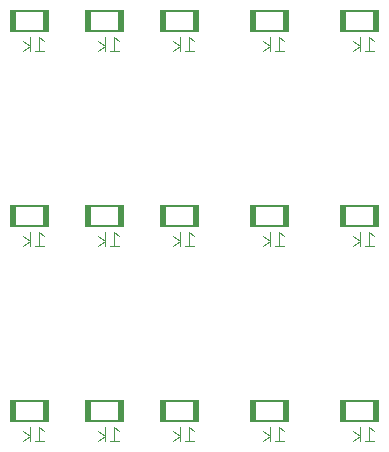
<source format=gbo>
G75*
G70*
%OFA0B0*%
%FSLAX24Y24*%
%IPPOS*%
%LPD*%
%AMOC8*
5,1,8,0,0,1.08239X$1,22.5*
%
%ADD10C,0.0060*%
%ADD11C,0.0040*%
%ADD12R,0.0230X0.0720*%
D10*
X004183Y004879D02*
X005083Y004879D01*
X005083Y005539D02*
X004183Y005539D01*
X006683Y005539D02*
X007583Y005539D01*
X007583Y004879D02*
X006683Y004879D01*
X009183Y004879D02*
X010083Y004879D01*
X010083Y005539D02*
X009183Y005539D01*
X012183Y005539D02*
X013083Y005539D01*
X013083Y004879D02*
X012183Y004879D01*
X015183Y004879D02*
X016083Y004879D01*
X016083Y005539D02*
X015183Y005539D01*
X015183Y011379D02*
X016083Y011379D01*
X016083Y012039D02*
X015183Y012039D01*
X013083Y012039D02*
X012183Y012039D01*
X012183Y011379D02*
X013083Y011379D01*
X010083Y011379D02*
X009183Y011379D01*
X009183Y012039D02*
X010083Y012039D01*
X007583Y012039D02*
X006683Y012039D01*
X006683Y011379D02*
X007583Y011379D01*
X005083Y011379D02*
X004183Y011379D01*
X004183Y012039D02*
X005083Y012039D01*
X005083Y017879D02*
X004183Y017879D01*
X004183Y018539D02*
X005083Y018539D01*
X006683Y018539D02*
X007583Y018539D01*
X007583Y017879D02*
X006683Y017879D01*
X009183Y017879D02*
X010083Y017879D01*
X010083Y018539D02*
X009183Y018539D01*
X012183Y018539D02*
X013083Y018539D01*
X013083Y017879D02*
X012183Y017879D01*
X015183Y017879D02*
X016083Y017879D01*
X016083Y018539D02*
X015183Y018539D01*
D11*
X015653Y017690D02*
X015653Y017229D01*
X015806Y017229D02*
X016113Y017229D01*
X015960Y017229D02*
X015960Y017690D01*
X016113Y017536D01*
X015653Y017383D02*
X015423Y017536D01*
X015653Y017383D02*
X015423Y017229D01*
X013113Y017229D02*
X012806Y017229D01*
X012653Y017229D02*
X012653Y017690D01*
X012423Y017536D02*
X012653Y017383D01*
X012423Y017229D01*
X012960Y017229D02*
X012960Y017690D01*
X013113Y017536D01*
X010113Y017536D02*
X009960Y017690D01*
X009960Y017229D01*
X010113Y017229D02*
X009806Y017229D01*
X009653Y017229D02*
X009653Y017690D01*
X009423Y017536D02*
X009653Y017383D01*
X009423Y017229D01*
X007613Y017229D02*
X007306Y017229D01*
X007153Y017229D02*
X007153Y017690D01*
X006923Y017536D02*
X007153Y017383D01*
X006923Y017229D01*
X007460Y017229D02*
X007460Y017690D01*
X007613Y017536D01*
X005113Y017536D02*
X004960Y017690D01*
X004960Y017229D01*
X005113Y017229D02*
X004806Y017229D01*
X004653Y017229D02*
X004653Y017690D01*
X004423Y017536D02*
X004653Y017383D01*
X004423Y017229D01*
X004653Y011190D02*
X004653Y010729D01*
X004806Y010729D02*
X005113Y010729D01*
X004960Y010729D02*
X004960Y011190D01*
X005113Y011036D01*
X004653Y010883D02*
X004423Y011036D01*
X004653Y010883D02*
X004423Y010729D01*
X006923Y010729D02*
X007153Y010883D01*
X006923Y011036D01*
X007153Y011190D02*
X007153Y010729D01*
X007306Y010729D02*
X007613Y010729D01*
X007460Y010729D02*
X007460Y011190D01*
X007613Y011036D01*
X009423Y011036D02*
X009653Y010883D01*
X009423Y010729D01*
X009653Y010729D02*
X009653Y011190D01*
X009960Y011190D02*
X009960Y010729D01*
X010113Y010729D02*
X009806Y010729D01*
X010113Y011036D02*
X009960Y011190D01*
X012423Y011036D02*
X012653Y010883D01*
X012423Y010729D01*
X012653Y010729D02*
X012653Y011190D01*
X012960Y011190D02*
X012960Y010729D01*
X013113Y010729D02*
X012806Y010729D01*
X013113Y011036D02*
X012960Y011190D01*
X015423Y011036D02*
X015653Y010883D01*
X015423Y010729D01*
X015653Y010729D02*
X015653Y011190D01*
X015960Y011190D02*
X015960Y010729D01*
X016113Y010729D02*
X015806Y010729D01*
X016113Y011036D02*
X015960Y011190D01*
X015960Y004690D02*
X015960Y004229D01*
X016113Y004229D02*
X015806Y004229D01*
X015653Y004229D02*
X015653Y004690D01*
X015423Y004536D02*
X015653Y004383D01*
X015423Y004229D01*
X015960Y004690D02*
X016113Y004536D01*
X013113Y004536D02*
X012960Y004690D01*
X012960Y004229D01*
X013113Y004229D02*
X012806Y004229D01*
X012653Y004229D02*
X012653Y004690D01*
X012423Y004536D02*
X012653Y004383D01*
X012423Y004229D01*
X010113Y004229D02*
X009806Y004229D01*
X009653Y004229D02*
X009653Y004690D01*
X009960Y004690D02*
X009960Y004229D01*
X009653Y004383D02*
X009423Y004536D01*
X009653Y004383D02*
X009423Y004229D01*
X009960Y004690D02*
X010113Y004536D01*
X007613Y004536D02*
X007460Y004690D01*
X007460Y004229D01*
X007613Y004229D02*
X007306Y004229D01*
X007153Y004229D02*
X007153Y004690D01*
X006923Y004536D02*
X007153Y004383D01*
X006923Y004229D01*
X005113Y004229D02*
X004806Y004229D01*
X004653Y004229D02*
X004653Y004690D01*
X004960Y004690D02*
X004960Y004229D01*
X005113Y004536D02*
X004960Y004690D01*
X004653Y004383D02*
X004423Y004536D01*
X004653Y004383D02*
X004423Y004229D01*
D12*
X004078Y005209D03*
X005188Y005209D03*
X006578Y005209D03*
X007688Y005209D03*
X009078Y005209D03*
X010188Y005209D03*
X012078Y005209D03*
X013188Y005209D03*
X015078Y005209D03*
X016188Y005209D03*
X016188Y011709D03*
X015078Y011709D03*
X013188Y011709D03*
X012078Y011709D03*
X010188Y011709D03*
X009078Y011709D03*
X007688Y011709D03*
X006578Y011709D03*
X005188Y011709D03*
X004078Y011709D03*
X004078Y018209D03*
X005188Y018209D03*
X006578Y018209D03*
X007688Y018209D03*
X009078Y018209D03*
X010188Y018209D03*
X012078Y018209D03*
X013188Y018209D03*
X015078Y018209D03*
X016188Y018209D03*
M02*

</source>
